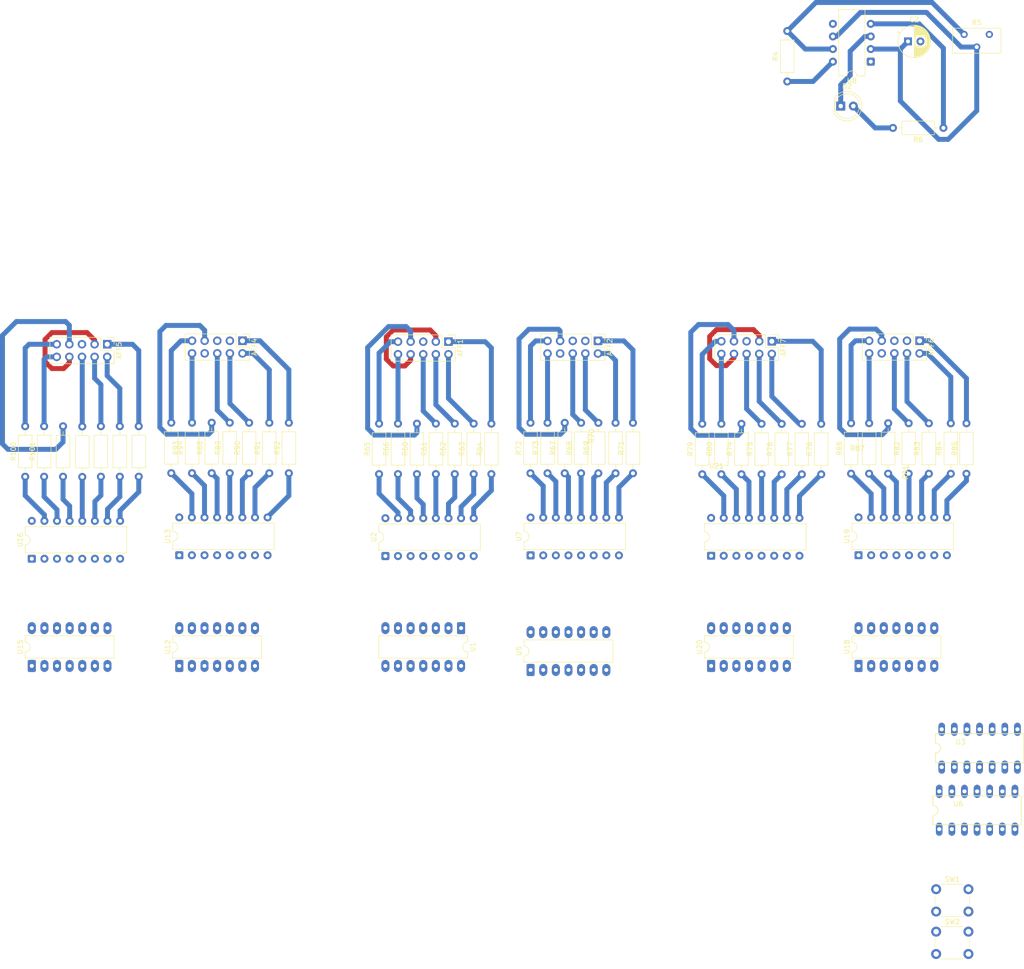
<source format=kicad_pcb>
(kicad_pcb (version 20241229) (generator "pcbnew") (generator_version "9.0")
  (layers (0 "F.Cu" signal) (2 "B.Cu" signal) (13 "F.Paste" user) (15 "B.Paste" user) (5 "F.SilkS" user "F.Silkscreen") (7 "B.SilkS" user "B.Silkscreen") (1 "F.Mask" user) (3 "B.Mask" user) (25 "Edge.Cuts" user))
  (net 0 "")
  (net 1 "Net-(AFF1-a)")
  (net 2 "Net-(AFF1-e)")
  (net 3 "Net-(AFF1-b)")
  (net 4 "Net-(AFF1-f)")
  (net 7 "Net-(U2-a)")
  (net 8 "Net-(AFF1-d)")
  (net 9 "Net-(AFF1-g)")
  (net 10 "Net-(AFF1-c)")
  (net 11 "Net-(U2-b)")
  (net 12 "Net-(AFF2-b)")
  (net 13 "Net-(AFF2-d)")
  (net 15 "Net-(AFF2-f)")
  (net 16 "Net-(AFF2-a)")
  (net 17 "Net-(AFF2-c)")
  (net 18 "Net-(AFF2-g)")
  (net 19 "Net-(U2-c)")
  (net 20 "Net-(AFF2-e)")
  (net 21 "Net-(U2-d)")
  (net 22 "Net-(AFF4-d)")
  (net 23 "Net-(AFF4-f)")
  (net 25 "Net-(U2-e)")
  (net 26 "Net-(AFF4-c)")
  (net 27 "Net-(AFF4-b)")
  (net 28 "Net-(AFF4-e)")
  (net 29 "Net-(AFF4-g)")
  (net 30 "Net-(AFF4-a)")
  (net 31 "Net-(AFF5-c)")
  (net 32 "Net-(AFF5-g)")
  (net 33 "Net-(AFF5-a)")
  (net 34 "unconnected-(AFF5-DP-Pad5)")
  (net 35 "Net-(AFF5-e)")
  (net 36 "Net-(AFF5-f)")
  (net 37 "Net-(U2-f)")
  (net 38 "Net-(AFF5-d)")
  (net 39 "Net-(U2-g)")
  (net 40 "Net-(AFF5-b)")
  (net 41 "Net-(AFF6-d)")
  (net 42 "Net-(U7-a)")
  (net 43 "Net-(AFF6-f)")
  (net 44 "Net-(AFF6-e)")
  (net 45 "Net-(AFF6-b)")
  (net 46 "Net-(AFF6-a)")
  (net 47 "Net-(AFF6-c)")
  (net 48 "Net-(U7-b)")
  (net 49 "Net-(AFF6-g)")
  (net 51 "Net-(AFF7-f)")
  (net 52 "Net-(AFF7-c)")
  (net 53 "Net-(U7-c)")
  (net 54 "Net-(U7-d)")
  (net 55 "Net-(AFF7-e)")
  (net 56 "Net-(AFF7-g)")
  (net 57 "Net-(AFF7-a)")
  (net 58 "Net-(AFF7-b)")
  (net 59 "Net-(AFF7-d)")
  (net 61 "GND")
  (net 62 "Net-(U8-Threshold)")
  (net 63 "Net-(U8-Discharge)")
  (net 64 "VCC")
  (net 65 "Net-(D2-A)")
  (net 66 "Net-(U13-a)")
  (net 67 "Net-(U13-b)")
  (net 68 "Net-(U13-c)")
  (net 69 "Net-(U13-d)")
  (net 70 "Net-(U13-e)")
  (net 71 "Net-(U13-f)")
  (net 72 "Net-(U13-g)")
  (net 73 "Net-(U16-a)")
  (net 74 "Net-(U16-b)")
  (net 75 "Net-(U16-c)")
  (net 76 "Net-(U16-d)")
  (net 77 "Net-(U16-e)")
  (net 78 "Net-(U16-f)")
  (net 79 "Net-(U16-g)")
  (net 81 "CKA")
  (net 82 "Net-(U7-e)")
  (net 83 "Net-(U7-f)")
  (net 84 "Net-(U7-g)")
  (net 86 "Net-(U21-a)")
  (net 87 "Net-(U21-b)")
  (net 88 "Net-(U19-f)")
  (net 89 "Net-(U21-c)")
  (net 90 "Net-(U19-g)")
  (net 91 "Net-(U19-a)")
  (net 92 "Net-(U19-d)")
  (net 93 "Net-(U19-c)")
  (net 94 "Net-(U19-e)")
  (net 95 "Net-(U21-d)")
  (net 98 "Net-(U21-e)")
  (net 99 "Net-(U19-b)")
  (net 100 "Net-(U21-f)")
  (net 101 "Net-(U21-g)")
  (net 103 "Net-(U5-CP0)")
  (net 104 "Net-(U12-CP0)")
  (net 105 "Net-(U1-Q3)")
  (net 106 "Net-(U1-Q2)")
  (net 107 "Net-(U1-Q1)")
  (net 108 "Net-(U1-CP1..3)")
  (net 109 "Net-(U1-CP0)")
  (net 113 "Net-(U20-Q2)")
  (net 114 "Net-(U20-Q1)")
  (net 115 "Net-(U5-Q1)")
  (net 116 "Net-(U5-CP1..3)")
  (net 117 "Net-(U5-Q2)")
  (net 121 "Net-(U12-CP1..3)")
  (net 122 "Net-(U12-Q3)")
  (net 123 "Net-(U12-R0(1))")
  (net 124 "Net-(U12-Q1)")
  (net 125 "Net-(U12-Q2)")
  (net 129 "Net-(U15-Q2)")
  (net 130 "Net-(U15-CP1..3)")
  (net 131 "Net-(U15-Q3)")
  (net 135 "Net-(U18-CP1..3)")
  (net 136 "Net-(U18-Q1)")
  (net 137 "Net-(U18-Q2)")
  (net 138 "Net-(U18-Q3)")
  (net 139 "Net-(U20-Q3)")
  (net 140 "Net-(U20-CP1..3)")
  (net 144 "Net-(J1-Pin_2)")
  (footprint "Resistor_THT:R_Axial_DIN0207_L6.3mm_D2.5mm_P10.16mm_Horizontal" (layer "F.Cu") (at 179.4334 64.568863 90)
    (property "Reference" "R71")
    (property "Value" "330R")
  )
  (footprint "Potentiometer_THT:Potentiometer_Bourns_3296Y_Vertical" (layer "F.Cu") (at 251.18 -23.83)
    (property "Reference" "R5")
    (property "Value" "10kΩ")
  )
  (footprint "Package_DIP:DIP-14_W7.62mm_LongPads" (layer "F.Cu") (at 88.1 103.37 90)
    (property "Reference" "U12")
    (property "Value" "74LS90")
  )
  (footprint "Resistor_THT:R_Axial_DIN0207_L6.3mm_D2.5mm_P10.16mm_Horizontal" (layer "F.Cu") (at 209.38 64.774738 90)
    (property "Reference" "R76")
    (property "Value" "330R")
  )
  (footprint "Resistor_THT:R_Axial_DIN0207_L6.3mm_D2.5mm_P10.16mm_Horizontal" (layer "F.Cu") (at 210.5 -14.35 90)
    (property "Reference" "R4")
    (property "Value" "4,7KΩ")
  )
  (footprint "Resistor_THT:R_Axial_DIN0207_L6.3mm_D2.5mm_P10.16mm_Horizontal" (layer "F.Cu") (at 150.93 64.727 90)
    (property "Reference" "R64")
    (property "Value" "330R")
  )
  (footprint "Package_DIP:DIP-14_W7.62mm_LongPads" (layer "F.Cu") (at 144.834 95.75 -90)
    (property "Reference" "U1")
    (property "Value" "74LS90")
  )
  (footprint "Resistor_THT:R_Axial_DIN0207_L6.3mm_D2.5mm_P10.16mm_Horizontal" (layer "F.Cu") (at 239 64.66 90)
    (property "Reference" "R83")
    (property "Value" "330R")
  )
  (footprint "Resistor_THT:R_Axial_DIN0207_L6.3mm_D2.5mm_P10.16mm_Horizontal" (layer "F.Cu") (at 143.564 64.727 90)
    (property "Reference" "R62")
    (property "Value" "330R")
  )
  (footprint "Resistor_THT:R_Axial_DIN0207_L6.3mm_D2.5mm_P10.16mm_Horizontal" (layer "F.Cu") (at 213.43 64.774738 90)
    (property "Reference" "R77")
    (property "Value" "330R")
  )
  (footprint "Resistor_THT:R_Axial_DIN0207_L6.3mm_D2.5mm_P10.16mm_Horizontal" (layer "F.Cu") (at 205.33 64.764738 90)
    (property "Reference" "R75")
    (property "Value" "330R")
  )
  (footprint "Resistor_THT:R_Axial_DIN0207_L6.3mm_D2.5mm_P10.16mm_Horizontal" (layer "F.Cu") (at 234.94 64.64 90)
    (property "Reference" "R82")
    (property "Value" "330R")
  )
  (footprint "Resistor_THT:R_Axial_DIN0207_L6.3mm_D2.5mm_P10.16mm_Horizontal" (layer "F.Cu") (at 201.28 64.764738 90)
    (property "Reference" "R74")
    (property "Value" "330R")
  )
  (footprint "Resistor_THT:R_Axial_DIN0207_L6.3mm_D2.5mm_P10.16mm_Horizontal" (layer "F.Cu") (at 57.082 65.247738 90)
    (property "Reference" "R100")
    (property "Value" "330R")
  )
  (footprint "Button_Switch_THT:SW_PUSH_6mm_H5mm" (layer "F.Cu") (at 240.47 156.89)
    (property "Reference" "SW2")
    (property "Value" "SW_Push")
  )
  (footprint "Connector_PinHeader_2.54mm:PinHeader_2x05_P2.54mm_Vertical" (layer "F.Cu") (at 207.39 37.978738 -90)
    (property "Reference" "AFF7")
    (property "Value" "LTS-6980HR")
  )
  (footprint "LED_THT:LED_D5.0mm" (layer "F.Cu") (at 221.2588 -9.3928)
    (property "Reference" "D2")
    (property "Value" "LED")
  )
  (footprint "Connector_PinHeader_2.54mm:PinHeader_2x05_P2.54mm_Vertical" (layer "F.Cu") (at 73.592 38.577738 -90)
    (property "Reference" "AFF5")
    (property "Value" "LTS-6980HR")
  )
  (footprint "Resistor_THT:R_Axial_DIN0207_L6.3mm_D2.5mm_P10.16mm_Horizontal" (layer "F.Cu") (at 246.57 64.66 90)
    (property "Reference" "R85")
    (property "Value" "330R")
  )
  (footprint "Package_DIP:DIP-16_W7.62mm" (layer "F.Cu") (at 158.83 81.101863 90)
    (property "Reference" "U7")
    (property "Value" "74LS47")
  )
  (footprint "Package_DIP:CERDIP-8_W7.62mm_SideBrazed" (layer "F.Cu") (at 227.305 -18.34 180)
    (property "Reference" "U8")
    (property "Value" "555")
  )
  (footprint "Package_DIP:DIP-16_W7.62mm" (layer "F.Cu") (at 88.1 81.075 90)
    (property "Reference" "U13")
    (property "Value" "74LS47")
  )
  (footprint "Resistor_THT:R_Axial_DIN0207_L6.3mm_D2.5mm_P10.16mm_Horizontal" (layer "F.Cu") (at 241.9344 -4.9986 180)
    (property "Reference" "R6")
    (property "Value" "220Ω")
  )
  (footprint "Connector_PinHeader_2.54mm:PinHeader_2x05_P2.54mm_Vertical" (layer "F.Cu") (at 142.294 38.057 -90)
    (property "Reference" "AFF1")
    (property "Value" "LTS-6980HR")
  )
  (footprint "Package_DIP:DIP-14_W7.62mm_LongPads" (layer "F.Cu") (at 195.17 103.37 90)
    (property "Reference" "U20")
    (property "Value" "74LS90")
  )
  (footprint "Resistor_THT:R_Axial_DIN0207_L6.3mm_D2.5mm_P10.16mm_Horizontal" (layer "F.Cu") (at 106.2244 64.554 90)
    (property "Reference" "R91")
    (property "Value" "330R")
  )
  (footprint "Resistor_THT:R_Axial_DIN0207_L6.3mm_D2.5mm_P10.16mm_Horizontal" (layer "F.Cu") (at 132.134 64.727 90)
    (property "Reference" "R66")
    (property "Value" "330R")
  )
  (footprint "Resistor_THT:R_Axial_DIN0207_L6.3mm_D2.5mm_P10.16mm_Horizontal" (layer "F.Cu") (at 197.23 64.764738 90)
    (property "Reference" "R80")
    (property "Value" "330R")
  )
  (footprint "Connector_PinHeader_2.54mm:PinHeader_2x05_P2.54mm_Vertical" (layer "F.Cu") (at 100.83 37.874 -90)
    (property "Reference" "AFF4")
    (property "Value" "LTS-6980HR")
  )
  (footprint "Resistor_THT:R_Axial_DIN0207_L6.3mm_D2.5mm_P10.16mm_Horizontal" (layer "F.Cu") (at 172.4634 64.568863 90)
    (property "Reference" "R69")
    (property "Value" "330R")
  )
  (footprint "Resistor_THT:R_Axial_DIN0207_L6.3mm_D2.5mm_P10.16mm_Horizontal" (layer "F.Cu") (at 102.16 64.554 90)
    (property "Reference" "R90")
    (property "Value" "330R")
  )
  (footprint "74LS08:DIL14" (layer "F.Cu") (at 249.21 119.94)
    (property "Reference" "U3")
    (property "Value" "74LS08")
  )
  (footprint "Resistor_THT:R_Axial_DIN0207_L6.3mm_D2.5mm_P10.16mm_Horizontal" (layer "F.Cu") (at 79.942 65.247738 90)
    (property "Reference" "R99" (hide yes))
    (property "Value" "330R")
  )
  (footprint "Package_DIP:DIP-16_W7.62mm" (layer "F.Cu") (at 58.41 81.778738 90)
    (property "Reference" "U16")
    (property "Value" "74LS47")
  )
  (footprint "Resistor_THT:R_Axial_DIN0207_L6.3mm_D2.5mm_P10.16mm_Horizontal" (layer "F.Cu") (at 64.702 65.247738 90)
    (property "Reference" "R95" (hide yes))
    (property "Value" "330R")
  )
  (footprint "Package_DIP:DIP-16_W7.62mm" (layer "F.Cu") (at 224.85 81.075 90)
    (property "Reference" "U19")
    (property "Value" "74LS47")
  )
  (footprint "Resistor_THT:R_Axial_DIN0207_L6.3mm_D2.5mm_P10.16mm_Horizontal" (layer "F.Cu") (at 193.38 64.764738 90)
    (property "Reference" "R79")
    (property "Value" "330R")
  )
  (footprint "Resistor_THT:R_Axial_DIN0207_L6.3mm_D2.5mm_P10.16mm_Horizontal" (layer "F.Cu") (at 60.892 65.247738 90)
    (property "Reference" "R101")
    (property "Value" "330R")
  )
  (footprint "Connector_PinHeader_2.54mm:PinHeader_2x05_P2.54mm_Vertical" (layer "F.Cu") (at 172.3908 37.900863 -90)
    (property "Reference" "AFF2")
    (property "Value" "LTS-6980HR")
  )
  (footprint "74LS08:DIL14" (layer "F.Cu") (at 248.71 132.44)
    (property "Reference" "U6")
    (property "Value" "74LS08")
  )
  (footprint "Resistor_THT:R_Axial_DIN0207_L6.3mm_D2.5mm_P10.16mm_Horizontal" (layer "F.Cu") (at 175.932 64.568863 90)
    (property "Reference" "R70")
    (property "Value" "330R")
  )
  (footprint "Package_DIP:DIP-14_W7.62mm_LongPads" (layer "F.Cu") (at 158.83 104.18 90)
    (property "Reference" "U5")
    (property "Value" "74LS90")
  )
  (footprint "Resistor_THT:R_Axial_DIN0207_L6.3mm_D2.5mm_P10.16mm_Horizontal" (layer "F.Cu") (at 68.57 65.303738 90)
    (property "Reference" "R96" (hide yes))
    (property "Value" "330R")
  )
  (footprint "Resistor_THT:R_Axial_DIN0207_L6.3mm_D2.5mm_P10.16mm_Horizontal" (layer "F.Cu") (at 226.98 64.64 90)
    (property "Reference" "R87")
    (property "Value" "330R")
  )
  (footprint "Resistor_THT:R_Axial_DIN0207_L6.3mm_D2.5mm_P10.16mm_Horizontal" (layer "F.Cu") (at 158.802 64.562863 90)
    (property "Reference" "R72")
    (property "Value" "330R")
  )
  (footprint "Connector_PinHeader_2.54mm:PinHeader_2x05_P2.54mm_Vertical" (layer "F.Cu") (at 237.14 37.874 -90)
    (property "Reference" "AFF6")
    (property "Value" "LTS-6980HR")
  )
  (footprint "Resistor_THT:R_Axial_DIN0207_L6.3mm_D2.5mm_P10.16mm_Horizontal" (layer "F.Cu") (at 147.374 64.727 90)
    (property "Reference" "R63")
    (property "Value" "330R")
  )
  (footprint "Resistor_THT:R_Axial_DIN0207_L6.3mm_D2.5mm_P10.16mm_Horizontal" (layer "F.Cu") (at 243.42 64.66 90)
    (property "Reference" "R84")
    (property "Value" "330R")
  )
  (footprint "Resistor_THT:R_Axial_DIN0207_L6.3mm_D2.5mm_P10.16mm_Horizontal" (layer "F.Cu") (at 165.702 64.562863 90)
    (property "Reference" "R67")
    (property "Value" "330R")
  )
  (footprint "Resistor_THT:R_Axial_DIN0207_L6.3mm_D2.5mm_P10.16mm_Horizontal" (layer "F.Cu") (at 230.81 64.64 90)
    (property "Reference" "R81")
    (property "Value" "330R")
  )
  (footprint "Package_DIP:DIP-16_W7.62mm" (layer "F.Cu") (at 195.17 81.179738 90)
    (property "Reference" "U21")
    (property "Value" "74LS47")
  )
  (footprint "Resistor_THT:R_Axial_DIN0207_L6.3mm_D2.5mm_P10.16mm_Horizontal" (layer "F.Cu") (at 98.26 64.536 90)
    (property "Reference" "R89")
    (property "Value" "330R")
  )
  (footprint "Resistor_THT:R_Axial_DIN0207_L6.3mm_D2.5mm_P10.16mm_Horizontal" (layer "F.Cu") (at 162.2384 64.562863 90)
    (property "Reference" "R73")
    (property "Value" "330R")
  )
  (footprint "Resistor_THT:R_Axial_DIN0207_L6.3mm_D2.5mm_P10.16mm_Horizontal" (layer "F.Cu") (at 90.67 64.536 90)
    (property "Reference" "R94")
    (property "Value" "330R")
  )
  (footprint "Resistor_THT:R_Axial_DIN0207_L6.3mm_D2.5mm_P10.16mm_Horizontal" (layer "F.Cu") (at 168.99 64.568863 90)
    (property "Reference" "R68")
    (property "Value" "330R")
  )
  (footprint "Resistor_THT:R_Axial_DIN0207_L6.3mm_D2.5mm_P10.16mm_Horizontal" (layer "F.Cu") (at 86.49 64.536 90)
    (property "Reference" "R93")
    (property "Value" "330R")
  )
  (footprint "Resistor_THT:R_Axial_DIN0207_L6.3mm_D2.5mm_P10.16mm_Horizontal" (layer "F.Cu") (at 135.944 64.727 90)
    (property "Reference" "R60")
    (property "Value" "330R")
  )
  (footprint "Resistor_THT:R_Axial_DIN0207_L6.3mm_D2.5mm_P10.16mm_Horizontal" (layer "F.Cu") (at 94.63 64.536 90)
    (property "Reference" "R88")
    (property "Value" "330R")
  )
  (footprint "Resistor_THT:R_Axial_DIN0207_L6.3mm_D2.5mm_P10.16mm_Horizontal" (layer "F.Cu") (at 139.754 64.727 90)
    (property "Reference" "R61")
    (property "Value" "330R")
  )
  (footprint "Package_DIP:DIP-16_W7.62mm" (layer "F.Cu") (at 129.594 81.232 90)
    (property "Reference" "U2")
    (property "Value" "74LS47")
  )
  (footprint "Resistor_THT:R_Axial_DIN0207_L6.3mm_D2.5mm_P10.16mm_Horizontal" (layer "F.Cu") (at 128.324 64.727 90)
    (property "Reference" "R65")
    (property "Value" "330R")
  )
  (footprint "Package_DIP:DIP-14_W7.62mm_LongPads" (layer "F.Cu") (at 224.85 103.37 90)
    (property "Reference" "U18")
    (property "Value" "74LS90")
  )
  (footprint "Button_Switch_THT:SW_PUSH_6mm_H5mm" (layer "F.Cu") (at 240.47 148.34)
    (property "Reference" "SW1")
    (property "Value" "SW_Push")
  )
  (footprint "Resistor_THT:R_Axial_DIN0207_L6.3mm_D2.5mm_P10.16mm_Horizontal" (layer "F.Cu") (at 110.16 64.554 90)
    (property "Reference" "R92")
    (property "Value" "330R")
  )
  (footprint "Resistor_THT:R_Axial_DIN0207_L6.3mm_D2.5mm_P10.16mm_Horizontal" (layer "F.Cu") (at 72.322 65.247738 90)
    (property "Reference" "R97" (hide yes))
    (property "Value" "330R")
  )
  (footprint "Resistor_THT:R_Axial_DIN0207_L6.3mm_D2.5mm_P10.16mm_Horizontal" (layer "F.Cu") (at 223.35 64.64 90)
    (property "Reference" "R86")
    (property "Value" "330R")
  )
  (footprint "Package_DIP:DIP-14_W7.62mm_LongPads" (layer "F.Cu") (at 58.41 103.37 90)
    (property "Reference" "U15")
    (property "Value" "74LS90")
  )
  (footprint "Resistor_THT:R_Axial_DIN0207_L6.3mm_D2.5mm_P10.16mm_Horizontal" (layer "F.Cu") (at 76.132 65.247738 90)
    (property "Reference" "R98" (hide yes))
    (property "Value" "330R")
  )
  (footprint "Capacitor_THT:CP_Radial_D6.3mm_P2.50mm" (layer "F.Cu") (at 234.808421 -22.423)
    (property "Reference" "C2")
    (property "Value" "100uF")
  )
  (footprint "Resistor_THT:R_Axial_DIN0207_L6.3mm_D2.5mm_P10.16mm_Horizontal" (layer "F.Cu") (at 217.33 64.774738 90)
    (property "Reference" "R78")
    (property "Value" "330R")
  )
  (segment (start 133.772 35.013) (end 134.674 35.915) (width 1) (layer "B.Cu") (net 1))
  (segment (start 126.023 39.222) (end 130.232 35.013) (width 1) (layer "B.Cu") (net 1))
  (segment (start 135.944 56.381) (end 135.457 56.868) (width 1) (layer "B.Cu") (net 1))
  (segment (start 126.023 55.520106) (end 126.023 39.222) (width 1) (layer "B.Cu") (net 1))
  (segment (start 134.674 35.915) (end 134.674 38.057) (width 1) (layer "B.Cu") (net 1))
  (segment (start 135.457 56.868) (end 127.370894 56.868) (width 1) (layer "B.Cu") (net 1))
  (segment (start 130.232 35.013) (end 133.772 35.013) (width 1) (layer "B.Cu") (net 1))
  (segment (start 135.944 54.567) (end 135.944 56.381) (width 1) (layer "B.Cu") (net 1))
  (segment (start 127.370894 56.868) (end 126.023 55.520106) (width 1) (layer "B.Cu") (net 1))
  (segment (start 150.93 54.567) (end 150.93 39.301) (width 1) (layer "B.Cu") (net 2))
  (segment (start 150.93 39.301) (end 149.686 38.057) (width 1) (layer "B.Cu") (net 2))
  (segment (start 149.686 38.057) (end 142.294 38.057) (width 1) (layer "B.Cu") (net 2))
  (segment (start 142.756817 38.057) (end 141.972 38.057) (width 1) (layer "B.Cu") (net 2))
  (segment (start 139.754 54.567) (end 137.214 52.027) (width 1) (layer "B.Cu") (net 3))
  (segment (start 137.214 52.027) (end 137.214 40.597) (width 1) (layer "B.Cu") (net 3))
  (segment (start 130.609919 38.057) (end 131.812 38.057) (width 1) (layer "B.Cu") (net 4))
  (segment (start 128.324 54.567) (end 128.324 40.342919) (width 1) (layer "B.Cu") (net 4))
  (segment (start 128.324 40.342919) (end 130.609919 38.057) (width 1) (layer "B.Cu") (net 4))
  (segment (start 137.214 70.823) (end 135.944 69.553) (width 1) (layer "B.Cu") (net 7))
  (segment (start 137.214 73.612) (end 137.214 70.823) (width 1) (layer "B.Cu") (net 7))
  (segment (start 135.944 69.553) (end 135.944 64.727) (width 1) (layer "B.Cu") (net 7))
  (segment (start 142.294 49.487) (end 147.374 54.567) (width 1) (layer "B.Cu") (net 8))
  (segment (start 142.294 40.597) (end 142.294 49.487) (width 1) (layer "B.Cu") (net 8))
  (segment (start 132.134 40.597) (end 132.134 54.567) (width 1) (layer "B.Cu") (net 9))
  (segment (start 139.754 40.597) (end 139.754 50.757) (width 1) (layer "B.Cu") (net 10))
  (segment (start 139.754 50.757) (end 143.564 54.567) (width 1) (layer "B.Cu") (net 10))
  (segment (start 139.754 73.612) (end 139.754 64.727) (width 1) (layer "B.Cu") (net 11))
  (segment (start 167.3108 52.729663) (end 167.3108 40.440863) (width 1) (layer "B.Cu") (net 12))
  (segment (start 168.99 54.408863) (end 167.3108 52.729663) (width 1) (layer "B.Cu") (net 12))
  (segment (start 175.932 54.408863) (end 175.932 41.836863) (width 1) (layer "B.Cu") (net 13))
  (segment (start 175.932 41.836863) (end 174.536 40.440863) (width 1) (layer "B.Cu") (net 13))
  (segment (start 174.536 40.440863) (end 172.3908 40.440863) (width 1) (layer "B.Cu") (net 13))
  (segment (start 159.858 37.900863) (end 162.2308 37.900863) (width 1) (layer "B.Cu") (net 15))
  (segment (start 158.802 54.402863) (end 158.802 38.956863) (width 1) (layer "B.Cu") (net 15))
  (segment (start 158.802 38.956863) (end 159.858 37.900863) (width 1) (layer "B.Cu") (net 15))
  (segment (start 156.501 55.355969) (end 156.501 37.517863) (width 1) (layer "B.Cu") (net 16))
  (segment (start 164.7708 35.885663) (end 164.7708 37.900863) (width 1) (layer "B.Cu") (net 16))
  (segment (start 164.435 35.549863) (end 164.7708 35.885663) (width 1) (layer "B.Cu") (net 16))
  (segment (start 165.702 55.846863) (end 164.845 56.703863) (width 1) (layer "B.Cu") (net 16))
  (segment (start 164.845 56.703863) (end 157.848894 56.703863) (width 1) (layer "B.Cu") (net 16))
  (segment (start 157.848894 56.703863) (end 156.501 55.355969) (width 1) (layer "B.Cu") (net 16))
  (segment (start 156.501 37.517863) (end 158.469 35.549863) (width 1) (layer "B.Cu") (net 16))
  (segment (start 158.469 35.549863) (end 164.435 35.549863) (width 1) (layer "B.Cu") (net 16))
  (segment (start 165.702 54.402863) (end 165.702 55.846863) (width 1) (layer "B.Cu") (net 16))
  (segment (start 172.4634 54.408863) (end 169.8508 51.796263) (width 1) (layer "B.Cu") (net 17))
  (segment (start 169.8508 51.796263) (end 169.8508 40.440863) (width 1) (layer "B.Cu") (net 17))
  (segment (start 162.2384 40.448463) (end 162.2308 40.440863) (width 1) (layer "B.Cu") (net 18))
  (segment (start 162.2384 54.402863) (end 162.2384 40.448463) (width 1) (layer "B.Cu") (net 18))
  (segment (start 142.294 70.696) (end 143.564 69.426) (width 1) (layer "B.Cu") (net 19))
  (segment (start 143.564 69.426) (end 143.564 64.727) (width 1) (layer "B.Cu") (net 19))
  (segment (start 142.294 73.612) (end 142.294 70.696) (width 1) (layer "B.Cu") (net 19))
  (segment (start 179.4334 54.408863) (end 179.4334 39.728263) (width 1) (layer "B.Cu") (net 20))
  (segment (start 179.4334 39.728263) (end 177.606 37.900863) (width 1) (layer "B.Cu") (net 20))
  (segment (start 177.606 37.900863) (end 172.3908 37.900863) (width 1) (layer "B.Cu") (net 20))
  (segment (start 144.834 71.331) (end 147.374 68.791) (width 1) (layer "B.Cu") (net 21))
  (segment (start 144.834 73.612) (end 144.834 71.331) (width 1) (layer "B.Cu") (net 21))
  (segment (start 147.374 68.791) (end 147.374 64.727) (width 1) (layer "B.Cu") (net 21))
  (segment (start 106.2244 43.7144) (end 102.924 40.414) (width 1) (layer "B.Cu") (net 22))
  (segment (start 106.2244 54.394) (end 106.2244 43.7144) (width 1) (layer "B.Cu") (net 22))
  (segment (start 102.924 40.414) (end 100.83 40.414) (width 1) (layer "B.Cu") (net 22))
  (segment (start 86.49 54.376) (end 86.49 39.85) (width 1) (layer "B.Cu") (net 23))
  (segment (start 88.466 37.874) (end 90.67 37.874) (width 1) (layer "B.Cu") (net 23))
  (segment (start 86.49 39.85) (end 88.466 37.874) (width 1) (layer "B.Cu") (net 23))
  (segment (start 150.93 68.029) (end 150.93 64.727) (width 1) (layer "B.Cu") (net 25))
  (segment (start 149.375 69.584) (end 150.93 68.029) (width 1) (layer "B.Cu") (net 25))
  (segment (start 149.375 69.619841) (end 149.375 69.584) (width 1) (layer "B.Cu") (net 25))
  (segment (start 147.374 73.612) (end 147.374 71.620842) (width 1) (layer "B.Cu") (net 25))
  (segment (start 147.374 71.620842) (end 149.375 69.619841) (width 1) (layer "B.Cu") (net 25))
  (segment (start 98.29 50.524) (end 98.29 40.414) (width 1) (layer "B.Cu") (net 26))
  (segment (start 102.16 54.394) (end 98.29 50.524) (width 1) (layer "B.Cu") (net 26))
  (segment (start 95.75 51.866) (end 95.75 40.414) (width 1) (layer "B.Cu") (net 27))
  (segment (start 98.26 54.376) (end 95.75 51.866) (width 1) (layer "B.Cu") (net 27))
  (segment (start 110.16 54.394) (end 110.16 43.71) (width 1) (layer "B.Cu") (net 28))
  (segment (start 110.16 43.71) (end 104.324 37.874) (width 1) (layer "B.Cu") (net 28))
  (segment (start 104.324 37.874) (end 100.83 37.874) (width 1) (layer "B.Cu") (net 28))
  (segment (start 90.67 54.376) (end 90.67 40.414) (width 1) (layer "B.Cu") (net 29))
  (segment (start 84.189 55.329106) (end 84.189 36.011) (width 1) (layer "B.Cu") (net 30))
  (segment (start 94.63 54.376) (end 94.63 56.07) (width 1) (layer "B.Cu") (net 30))
  (segment (start 85.41 34.79) (end 92.24 34.79) (width 1) (layer "B.Cu") (net 30))
  (segment (start 85.536894 56.677) (end 84.189 55.329106) (width 1) (layer "B.Cu") (net 30))
  (segment (start 84.189 36.011) (end 85.41 34.79) (width 1) (layer "B.Cu") (net 30))
  (segment (start 94.63 56.07) (end 94.023 56.677) (width 1) (layer "B.Cu") (net 30))
  (segment (start 94.023 56.677) (end 85.536894 56.677) (width 1) (layer "B.Cu") (net 30))
  (segment (start 93.21 35.76) (end 93.21 37.874) (width 1) (layer "B.Cu") (net 30))
  (segment (start 92.24 34.79) (end 93.21 35.76) (width 1) (layer "B.Cu") (net 30))
  (segment (start 71.052 45.435738) (end 71.052 41.117738) (width 1) (layer "B.Cu") (net 31))
  (segment (start 72.322 46.705738) (end 71.052 45.435738) (width 1) (layer "B.Cu") (net 31))
  (segment (start 72.322 55.087738) (end 72.322 46.705738) (width 1) (layer "B.Cu") (net 31))
  (segment (start 60.892 41.625738) (end 61.4 41.117738) (width 1) (layer "B.Cu") (net 32))
  (segment (start 60.892 55.087738) (end 60.892 41.625738) (width 1) (layer "B.Cu") (net 32))
  (segment (start 61.4 41.117738) (end 63.432 41.117738) (width 1) (layer "B.Cu") (net 32))
  (segment (start 64.702 58.271738) (end 63.23 59.743738) (width 1) (layer "B.Cu") (net 33))
  (segment (start 52.51 36.799738) (end 55.304 34.005738) (width 1) (layer "B.Cu") (net 33))
  (segment (start 63.23 59.743738) (end 53.61 59.743738) (width 1) (layer "B.Cu") (net 33))
  (segment (start 52.51 58.643738) (end 52.51 36.799738) (width 1) (layer "B.Cu") (net 33))
  (segment (start 65.21 34.005738) (end 65.972 34.767738) (width 1) (layer "B.Cu") (net 33))
  (segment (start 55.304 34.005738) (end 65.21 34.005738) (width 1) (layer "B.Cu") (net 33))
  (segment (start 53.61 59.743738) (end 52.51 58.643738) (width 1) (layer "B.Cu") (net 33))
  (segment (start 65.972 34.767738) (end 65.972 38.577738) (width 1) (layer "B.Cu") (net 33))
  (segment (start 64.702 55.087738) (end 64.702 58.271738) (width 1) (layer "B.Cu") (net 33))
  (segment (start 68.512 38.766738) (end 68.323 38.766738) (width 1) (layer "B.Cu") (net 34))
  (segment (start 68.512 38.577738) (end 68.512 38.766738) (width 1) (layer "B.Cu") (net 34))
  (segment (start 79.942 39.847738) (end 78.672 38.577738) (width 1) (layer "B.Cu") (net 35))
  (segment (start 78.672 38.577738) (end 73.592 38.577738) (width 1) (layer "B.Cu") (net 35))
  (segment (start 79.942 55.087738) (end 79.942 39.847738) (width 1) (layer "B.Cu") (net 35))
  (segment (start 57.844 38.577738) (end 63.432 38.577738) (width 1) (layer "B.Cu") (net 36))
  (segment (start 57.082 39.339738) (end 57.844 38.577738) (width 1) (layer "B.Cu") (net 36))
  (segment (start 57.082 55.087738) (end 57.082 39.339738) (width 1) (layer "B.Cu") (net 36))
  (segment (start 132.134 72.48063) (end 128.324 68.67063) (width 1) (layer "B.Cu") (net 37))
  (segment (start 132.134 73.612) (end 132.134 72.48063) (width 1) (layer "B.Cu") (net 37))
  (segment (start 128.324 68.67063) (end 128.324 64.727) (width 1) (layer "B.Cu") (net 37))
  (segment (start 76.132 55.087738) (end 76.132 47.467738) (width 1) (layer "B.Cu") (net 38))
  (segment (start 73.592 44.927738) (end 73.592 41.117738) (width 1) (layer "B.Cu") (net 38))
  (segment (start 76.132 47.467738) (end 73.592 44.927738) (width 1) (layer "B.Cu") (net 38))
  (segment (start 134.674 72.093) (end 132.134 69.553) (width 1) (layer "B.Cu") (net 39))
  (segment (start 132.134 69.553) (end 132.134 64.727) (width 1) (layer "B.Cu") (net 39))
  (segment (start 134.674 73.612) (end 134.674 72.093) (width 1) (layer "B.Cu") (net 39))
  (segment (start 68.57 55.143738) (end 68.57 41.175738) (width 1) (layer "B.Cu") (net 40))
  (segment (start 68.57 41.175738) (end 68.512 41.117738) (width 1) (layer "B.Cu") (net 40))
  (segment (start 243.42 45.133842) (end 243.42 54.5) (width 1) (layer "B.Cu") (net 41))
  (segment (start 237.14 40.414) (end 238.700158 40.414) (width 1) (layer "B.Cu") (net 41))
  (segment (start 238.700158 40.414) (end 243.42 45.133842) (width 1) (layer "B.Cu") (net 41))
  (segment (start 166.45 73.481863) (end 166.45 65.310863) (width 1) (layer "B.Cu") (net 42))
  (segment (start 166.45 65.310863) (end 165.702 64.562863) (width 1) (layer "B.Cu") (net 42))
  (segment (start 224.226 37.874) (end 223.35 38.75) (width 1) (layer "B.Cu") (net 43))
  (segment (start 223.35 38.75) (end 223.35 54.48) (width 1) (layer "B.Cu") (net 43))
  (segment (start 226.98 37.874) (end 224.226 37.874) (width 1) (layer "B.Cu") (net 43))
  (segment (start 246.57 45.454) (end 238.99 37.874) (width 1) (layer "B.Cu") (net 44))
  (segment (start 246.57 54.5) (end 246.57 45.454) (width 1) (layer "B.Cu") (net 44))
  (segment (start 238.99 37.874) (end 237.14 37.874) (width 1) (layer "B.Cu") (net 44))
  (segment (start 234.94 54.48) (end 232.06 51.6) (width 1) (layer "B.Cu") (net 45))
  (segment (start 232.06 51.6) (end 232.06 40.414) (width 1) (layer "B.Cu") (net 45))
  (segment (start 230.81 55.6) (end 229.629 56.781) (width 1) (layer "B.Cu") (net 46))
  (segment (start 221.049 55.433106) (end 221.049 37.521) (width 1) (layer "B.Cu") (net 46))
  (segment (start 230.81 54.48) (end 230.81 55.6) (width 1) (layer "B.Cu") (net 46))
  (segment (start 228.371081 35.523) (end 229.52 36.671919) (width 1) (layer "B.Cu") (net 46))
  (segment (start 223.047 35.523) (end 228.371081 35.523) (width 1) (layer "B.Cu") (net 46))
  (segment (start 229.629 56.781) (end 222.396894 56.781) (width 1) (layer "B.Cu") (net 46))
  (segment (start 222.396894 56.781) (end 221.049 55.433106) (width 1) (layer "B.Cu") (net 46))
  (segment (start 229.52 36.671919) (end 229.52 37.874) (width 1) (layer "B.Cu") (net 46))
  (segment (start 221.049 37.521) (end 223.047 35.523) (width 1) (layer "B.Cu") (net 46))
  (segment (start 234.6 50.1) (end 234.6 40.414) (width 1) (layer "B.Cu") (net 47))
  (segment (start 239 54.5) (end 234.6 50.1) (width 1) (layer "B.Cu") (net 47))
  (segment (start 168.99 73.481863) (end 168.99 64.568863) (width 1) (layer "B.Cu") (net 48))
  (segment (start 226.98 40.414) (end 226.98 54.48) (width 1) (layer "B.Cu") (net 49))
  (segment (start 196.027919 37.978738) (end 197.23 37.978738) (width 1) (layer "B.Cu") (net 51))
  (segment (start 193.38 54.604738) (end 193.38 40.626657) (width 1) (layer "B.Cu") (net 51))
  (segment (start 193.38 40.626657) (end 196.027919 37.978738) (width 1) (layer "B.Cu") (net 51))
  (segment (start 209.38 54.614738) (end 204.85 50.084738) (width 1) (layer "B.Cu") (net 52))
  (segment (start 204.85 50.084738) (end 204.85 40.518738) (width 1) (layer "B.Cu") (net 52))
  (segment (start 171.53 73.481863) (end 171.53 65.502263) (width 1) (layer "B.Cu") (net 53))
  (segment (start 171.53 65.502263) (end 172.4634 64.568863) (width 1) (layer "B.Cu") (net 53))
  (segment (start 174.07 73.481863) (end 174.07 66.430863) (width 1) (layer "B.Cu") (net 54))
  (segment (start 174.07 66.430863) (end 175.932 64.568863) (width 1) (layer "B.Cu") (net 54))
  (segment (start 217.33 54.614738) (end 217.33 39.694738) (width 1) (layer "B.Cu") (net 55))
  (segment (start 217.33 39.694738) (end 215.614 37.978738) (width 1) (layer "B.Cu") (net 55))
  (segment (start 215.614 37.978738) (end 207.39 37.978738) (width 1) (layer "B.Cu") (net 55))
  (segment (start 197.23 54.604738) (end 197.23 40.518738) (width 1) (layer "B.Cu") (net 56))
  (segment (start 191.079 55.557844) (end 191.079 36.155738) (width 1) (layer "B.Cu") (net 57))
  (segment (start 191.079 36.155738) (end 192.63 34.604738) (width 1) (layer "B.Cu") (net 57))
  (segment (start 198.58 34.604738) (end 199.77 35.794738) (width 1) (layer "B.Cu") (net 57))
  (segment (start 201.28 54.604738) (end 201.28 56.204738) (width 1) (layer "B.Cu") (net 57))
  (segment (start 200.579 56.905738) (end 192.426894 56.905738) (width 1) (layer "B.Cu") (net 57))
  (segment (start 199.77 35.794738) (end 199.77 37.978738) (width 1) (layer "B.Cu") (net 57))
  (segment (start 192.63 34.604738) (end 198.58 34.604738) (width 1) (layer "B.Cu") (net 57))
  (segment (start 201.28 56.204738) (end 200.579 56.905738) (width 1) (layer "B.Cu") (net 57))
  (segment (start 192.426894 56.905738) (end 191.079 55.557844) (width 1) (layer "B.Cu") (net 57))
  (segment (start 202.31 51.584738) (end 205.33 54.604738) (width 1) (layer "B.Cu") (net 58))
  (segment (start 202.31 40.518738) (end 202.31 51.584738) (width 1) (layer "B.Cu") (net 58))
  (segment (start 212.92 54.614738) (end 207.39 49.084738) (width 1) (layer "B.Cu") (net 59))
  (segment (start 213.43 54.614738) (end 212.92 54.614738) (width 1) (layer "B.Cu") (net 59))
  (segment (start 207.39 49.084738) (end 207.39 40.518738) (width 1) (layer "B.Cu") (net 59))
  (segment (start 227.305 -20.88) (end 233.265421 -20.88) (width 1) (layer "B.Cu") (net 62))
  (segment (start 242.887506 -2.6976) (end 240.981294 -2.6976) (width 1) (layer "B.Cu") (net 62))
  (segment (start 248.64 -21.29) (end 248.64 -8.450094) (width 1) (layer "B.Cu") (net 62))
  (segment (start 238.528031 -28.261) (end 245.499031 -21.29) (width 1) (layer "B.Cu") (net 62))
  (segment (start 248.64 -8.450094) (end 242.887506 -2.6976) (width 1) (layer "B.Cu") (net 62))
  (segment (start 219.685 -23.42) (end 220.399106 -23.42) (width 1) (layer "B.Cu") (net 62))
  (segment (start 225.240106 -28.261) (end 238.528031 -28.261) (width 1) (layer "B.Cu") (net 62))
  (segment (start 233.265421 -10.413473) (end 233.265421 -20.88) (width 1) (layer "B.Cu") (net 62))
  (segment (start 233.265421 -20.88) (end 234.808421 -22.423) (width 1) (layer "B.Cu") (net 62))
  (segment (start 245.499031 -21.29) (end 248.64 -21.29) (width 1) (layer "B.Cu") (net 62))
  (segment (start 220.399106 -23.42) (end 225.240106 -28.261) (width 1) (layer "B.Cu") (net 62))
  (segment (start 240.981294 -2.6976) (end 233.265421 -10.413473) (width 1) (layer "B.Cu") (net 62))
  (segment (start 214.13 -20.88) (end 219.685 -20.88) (width 1) (layer "B.Cu") (net 63))
  (segment (start 239.668 -30.262) (end 216.252 -30.262) (width 1) (layer "B.Cu") (net 63))
  (segment (start 246.1 -23.83) (end 239.668 -30.262) (width 1) (layer "B.Cu") (net 63))
  (segment (start 210.5 -24.51) (end 214.13 -20.88) (width 1) (layer "B.Cu") (net 63))
  (segment (start 216.252 -30.262) (end 210.5 -24.51) (width 1) (layer "B.Cu") (net 63))
  (segment (start 227.305 -25.96) (end 237.025527 -25.96) (width 1) (layer "B.Cu") (net 64))
  (segment (start 215.695 -14.35) (end 219.685 -18.34) (width 1) (layer "B.Cu") (net 64))
  (segment (start 241.9344 -21.051127) (end 241.9344 -4.9986) (width 1) (layer "B.Cu") (net 64))
  (segment (start 237.025527 -25.96) (end 241.9344 -21.051127) (width 1) (layer "B.Cu") (net 64))
  (segment (start 210.5 -14.35) (end 215.695 -14.35) (width 1) (layer "B.Cu") (net 64))
  (segment (start 228.193 -4.9986) (end 223.7988 -9.3928) (width 1) (layer "B.Cu") (net 65))
  (segment (start 231.7744 -4.9986) (end 228.193 -4.9986) (width 1) (layer "B.Cu") (net 65))
  (segment (start 95.72 73.455) (end 95.72 65.626) (width 1) (layer "B.Cu") (net 66))
  (segment (start 95.72 65.626) (end 94.63 64.536) (width 1) (layer "B.Cu") (net 66))
  (segment (start 98.26 73.455) (end 98.26 64.536) (width 1) (layer "B.Cu") (net 67))
  (segment (start 100.8 65.914) (end 102.16 64.554) (width 1) (layer "B.Cu") (net 68))
  (segment (start 100.8 73.455) (end 100.8 65.914) (width 1) (layer "B.Cu") (net 68))
  (segment (start 103.34 67.4384) (end 103.34 73.455) (width 1) (layer "B.Cu") (net 69))
  (segment (start 106.2244 64.554) (end 103.34 67.4384) (width 1) (layer "B.Cu") (net 69))
  (segment (start 110.16 69.09) (end 110.16 64.554) (width 1) (layer "B.Cu") (net 70))
  (segment (start 105.88 73.37) (end 110.16 69.09) (width 1) (layer "B.Cu") (net 70))
  (segment (start 105.88 73.455) (end 105.88 73.37) (width 1) (layer "B.Cu") (net 70))
  (segment (start 90.64 68.686) (end 86.49 64.536) (width 1) (layer "B.Cu") (net 71))
  (segment (start 90.64 73.455) (end 90.64 68.686) (width 1) (layer "B.Cu") (net 71))
  (segment (start 90.67 64.536) (end 93.18 67.046) (width 1) (layer "B.Cu") (net 72))
  (segment (start 93.18 67.046) (end 93.18 73.455) (width 1) (layer "B.Cu") (net 72))
  (segment (start 66.03 74.158738) (end 66.03 71.147738) (width 1) (layer "B.Cu") (net 73))
  (segment (start 66.03 71.147738) (end 64.702 69.819738) (width 1) (layer "B.Cu") (net 73))
  (segment (start 64.702 69.819738) (end 64.702 65.247738) (width 1) (layer "B.Cu") (net 73))
  (segment (start 68.57 74.158738) (end 68.57 65.303738) (width 1) (layer "B.Cu") (net 74))
  (segment (start 72.322 69.021896) (end 72.322 65.247738) (width 1) (layer "B.Cu") (net 75))
  (segment (start 71.11 70.233897) (end 72.322 69.021896) (width 1) (layer "B.Cu") (net 75))
  (segment (start 71.11 74.158738) (end 71.11 70.233897) (width 1) (layer "B.Cu") (net 75))
  (segment (start 76.132 69.311738) (end 76.132 65.247738) (width 1) (layer "B.Cu") (net 76))
  (segment (start 73.65 71.793738) (end 76.132 69.311738) (width 1) (layer "B.Cu") (net 76))
  (segment (start 73.65 74.158738) (end 73.65 71.793738) (width 1) (layer "B.Cu") (net 76))
  (segment (start 76.19 72.08358) (end 79.942 68.33158) (width 1) (layer "B.Cu") (net 77))
  (segment (start 79.942 68.33158) (end 79.942 65.247738) (width 1) (layer "B.Cu") (net 77))
  (segment (start 76.19 74.158738) (end 76.19 72.08358) (width 1) (layer "B.Cu") (net 77))
  (segment (start 60.95 72.925738) (end 57.082 69.057738) (width 1) (layer "B.Cu") (net 78))
  (segment (start 57.082 69.057738) (end 57.082 65.247738) (width 1) (layer "B.Cu") (net 78))
  (segment (start 60.95 74.158738) (end 60.95 72.925738) (width 1) (layer "B.Cu") (net 78))
  (segment (start 60.892 69.311738) (end 60.892 65.247738) (width 1) (layer "B.Cu") (net 79))
  (segment (start 63.49 71.909738) (end 60.892 69.311738) (width 1) (layer "B.Cu") (net 79))
  (segment (start 63.49 74.158738) (end 63.49 71.909738) (width 1) (layer "B.Cu") (net 79))
  (segment (start 223.17 -15.59) (end 223.17 -20.47) (width 1) (layer "B.Cu") (net 81))
  (segment (start 221.2588 -9.3928) (end 221.2588 -13.6788) (width 1) (layer "B.Cu") (net 81))
  (segment (start 221.2588 -13.6788) (end 223.17 -15.59) (width 1) (layer "B.Cu") (net 81))
  (segment (start 223.17 -20.47) (end 226.12 -23.42) (width 1) (layer "B.Cu") (net 81))
  (segment (start 226.12 -23.42) (end 227.305 -23.42) (width 1) (layer "B.Cu") (net 81))
  (segment (start 176.61 67.392263) (end 179.4334 64.568863) (width 1) (layer "B.Cu") (net 82))
  (segment (start 176.61 73.481863) (end 176.61 67.392263) (width 1) (layer "B.Cu") (net 82))
  (segment (start 161.37 67.130863) (end 158.802 64.562863) (width 1) (layer "B.Cu") (net 83))
  (segment (start 161.37 73.481863) (end 161.37 67.130863) (width 1) (layer "B.Cu") (net 83))
  (segment (start 163.91 66.234463) (end 162.2384 64.562863) (width 1) (layer "B.Cu") (net 84))
  (segment (start 163.91 73.481863) (end 163.91 66.234463) (width 1) (layer "B.Cu") (net 84))
  (segment (start 201.28 64.764738) (end 202.79 66.274738) (width 1) (layer "B.Cu") (net 86))
  (segment (start 202.79 66.274738) (end 202.79 73.559738) (width 1) (layer "B.Cu") (net 86))
  (segment (start 205.33 64.764738) (end 205.33 73.559738) (width 1) (layer "B.Cu") (net 87))
  (segment (start 227.39 68.68) (end 223.35 64.64) (width 1) (layer "B.Cu") (net 88))
  (segment (start 227.39 73.455) (end 227.39 68.68) (width 1) (layer "B.Cu") (net 88))
  (segment (start 209.38 64.774738) (end 207.87 66.284738) (width 1) (layer "B.Cu") (net 89))
  (segment (start 207.87 66.284738) (end 207.87 73.559738) (width 1) (layer "B.Cu") (net 89))
  (segment (start 229.93 73.455) (end 229.93 67.59) (width 1) (layer "B.Cu") (net 90))
  (segment (start 229.93 67.59) (end 226.98 64.64) (width 1) (layer "B.Cu") (net 90))
  (segment (start 232.47 66.3) (end 232.47 73.455) (width 1) (layer "B.Cu") (net 91))
  (segment (start 230.81 64.64) (end 232.47 66.3) (width 1) (layer "B.Cu") (net 91))
  (segment (start 243.42 64.66) (end 240.09 67.99) (width 1) (layer "B.Cu") (net 92))
  (segment (start 240.09 67.99) (end 240.09 73.455) (width 1) (layer "B.Cu") (net 92))
  (segment (start 237.55 66.11) (end 237.55 73.455) (width 1) (layer "B.Cu") (net 93))
  (segment (start 239 64.66) (end 237.55 66.11) (width 1) (layer "B.Cu") (net 93))
  (segment (start 246.57 64.66) (end 246.57 66.08) (width 1) (layer "B.Cu") (net 94))
  (segment (start 242.63 70.02) (end 242.63 73.455) (width 1) (layer "B.Cu") (net 94))
  (segment (start 246.57 66.08) (end 242.63 70.02) (width 1) (layer "B.Cu") (net 94))
  (segment (start 210.41 67.794738) (end 210.41 73.559738) (width 1) (layer "B.Cu") (net 95))
  (segment (start 213.43 64.774738) (end 210.41 67.794738) (width 1) (layer "B.Cu") (net 95))
  (segment (start 217.33 64.774738) (end 212.98 69.124738) (width 1) (layer "B.Cu") (net 98))
  (segment (start 212.95 69.254738) (end 212.95 73.559738) (width 1) (layer "B.Cu") (net 98))
  (segment (start 212.98 69.224738) (end 212.95 69.254738) (width 1) (layer "B.Cu") (net 98))
  (segment (start 212.98 69.124738) (end 212.98 69.224738) (width 1) (layer "B.Cu") (net 98))
  (segment (start 235.01 64.71) (end 234.94 64.64) (width 1) (layer "B.Cu") (net 99))
  (segment (start 235.01 73.455) (end 235.01 64.71) (width 1) (layer "B.Cu") (net 99))
  (segment (start 193.38 64.764738) (end 197.71 69.094738) (width 1) (layer "B.Cu") (net 100))
  (segment (start 197.71 69.094738) (end 197.71 73.559738) (width 1) (layer "B.Cu") (net 100))
  (segment (start 197.23 64.764738) (end 200.25 67.784738) (width 1) (layer "B.Cu") (net 101))
  (segment (start 200.25 67.784738) (end 200.25 73.559738) (width 1) (layer "B.Cu") (net 101))
  (segment (start 199.77 40.518738) (end 199.77 41.303555) (width 1) (layer "F.Cu") (net 144))
  (segment (start 129.783 41.570817) (end 129.783 37.083183) (width 1) (layer "F.Cu") (net 144))
  (segment (start 199.77 41.303555) (end 198.203817 42.869738) (width 1) (layer "F.Cu") (net 144))
  (segment (start 61.081 37.603921) (end 62.458183 36.226738) (width 1) (layer "F.Cu") (net 144))
  (segment (start 133.525081 42.948) (end 131.160183 42.948) (width 1) (layer "F.Cu") (net 144))
  (segment (start 129.783 37.083183) (end 131.160183 35.706) (width 1) (layer "F.Cu") (net 144))
  (segment (start 194.879 41.492555) (end 194.879 37.004921) (width 1) (layer "F.Cu") (net 144))
  (segment (start 138.605081 35.706) (end 139.754 36.854919) (width 1) (layer "F.Cu") (net 144))
  (segment (start 139.754 36.854919) (end 139.754 38.057) (width 1) (layer "F.Cu") (net 144))
  (segment (start 65.972 42.319819) (end 64.823081 43.468738) (width 1) (layer "F.Cu") (net 144))
  (segment (start 204.85 36.776657) (end 204.85 37.978738) (width 1) (layer "F.Cu") (net 144))
  (segment (start 64.823081 43.468738) (end 62.458183 43.468738) (width 1) (layer "F.Cu") (net 144))
  (segment (start 65.972 41.117738) (end 65.972 42.319819) (width 1) (layer "F.Cu") (net 144))
  (segment (start 134.674 40.597) (end 134.674 41.799081) (width 1) (layer "F.Cu") (net 144))
  (segment (start 62.458183 43.468738) (end 61.081 42.091555) (width 1) (layer "F.Cu") (net 144))
  (segment (start 134.674 41.799081) (end 133.525081 42.948) (width 1) (layer "F.Cu") (net 144))
  (segment (start 69.523 36.226738) (end 71.052 37.755738) (width 1) (layer "F.Cu") (net 144))
  (segment (start 62.458183 36.226738) (end 69.523 36.226738) (width 1) (layer "F.Cu") (net 144))
  (segment (start 71.052 37.755738) (end 71.052 38.577738) (width 1) (layer "F.Cu") (net 144))
  (segment (start 196.256183 42.869738) (end 194.879 41.492555) (width 1) (layer "F.Cu") (net 144))
  (segment (start 131.160183 42.948) (end 129.783 41.570817) (width 1) (layer "F.Cu") (net 144))
  (segment (start 61.081 42.091555) (end 61.081 37.603921) (width 1) (layer "F.Cu") (net 144))
  (segment (start 198.203817 42.869738) (end 196.256183 42.869738) (width 1) (layer "F.Cu") (net 144))
  (segment (start 131.160183 35.706) (end 138.605081 35.706) (width 1) (layer "F.Cu") (net 144))
  (segment (start 196.256183 35.627738) (end 203.701081 35.627738) (width 1) (layer "F.Cu") (net 144))
  (segment (start 194.879 37.004921) (end 196.256183 35.627738) (width 1) (layer "F.Cu") (net 144))
  (segment (start 203.701081 35.627738) (end 204.85 36.776657) (width 1) (layer "F.Cu") (net 144))
)
</source>
